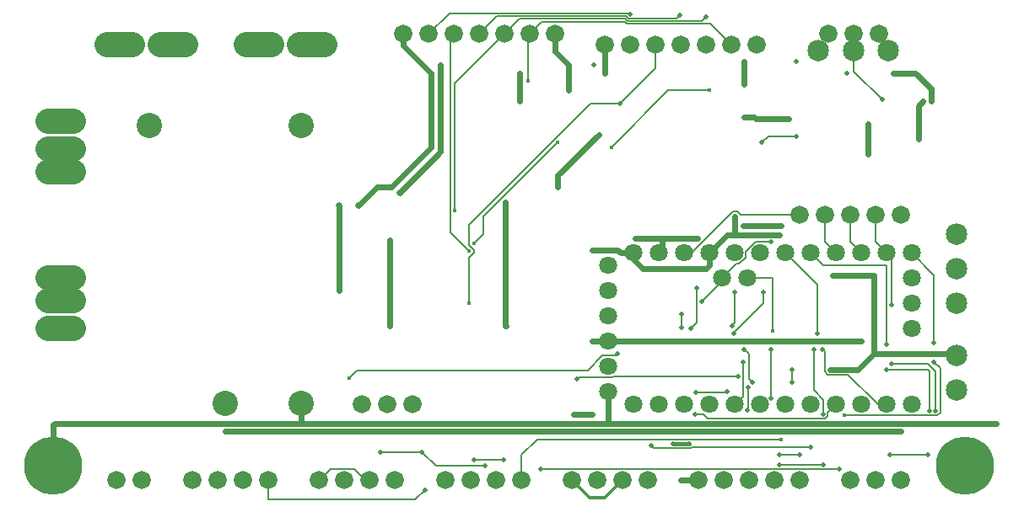
<source format=gtl>
G04 EAGLE Gerber RS-274X export*
G75*
%MOMM*%
%FSLAX34Y34*%
%LPD*%
%INTop Copper*%
%IPPOS*%
%AMOC8*
5,1,8,0,0,1.08239X$1,22.5*%
G01*
%ADD10C,1.828800*%
%ADD11C,2.540000*%
%ADD12C,2.540000*%
%ADD13C,2.160000*%
%ADD14C,1.800000*%
%ADD15C,5.842000*%
%ADD16C,0.609600*%
%ADD17C,0.502400*%
%ADD18C,0.127000*%
%ADD19C,0.304800*%
%ADD20C,0.406400*%
%ADD21C,0.452400*%
%ADD22C,0.152400*%
%ADD23C,0.652400*%


D10*
X492813Y474075D03*
X518213Y474075D03*
X543613Y474075D03*
X467413Y474075D03*
X442013Y474075D03*
X416613Y474075D03*
X391213Y474075D03*
X644213Y463550D03*
X618813Y463550D03*
X593413Y463550D03*
X669613Y463550D03*
X695013Y463550D03*
X720413Y463550D03*
X745813Y463550D03*
D11*
X288200Y102550D03*
X212200Y102550D03*
X135800Y381950D03*
X288200Y381950D03*
D12*
X172550Y463550D02*
X147150Y463550D01*
X119550Y463550D02*
X94150Y463550D01*
X286850Y463550D02*
X312250Y463550D01*
X259250Y463550D02*
X233850Y463550D01*
D13*
X946150Y115813D03*
X946150Y150813D03*
D10*
X611188Y25400D03*
X585788Y25400D03*
X560388Y25400D03*
X636588Y25400D03*
X230188Y25400D03*
X204788Y25400D03*
X179388Y25400D03*
X255588Y25400D03*
X738188Y25400D03*
X712788Y25400D03*
X687388Y25400D03*
X763588Y25400D03*
X788988Y25400D03*
X357188Y25400D03*
X331788Y25400D03*
X306388Y25400D03*
X382588Y25400D03*
X484188Y25400D03*
X458788Y25400D03*
X433388Y25400D03*
X509588Y25400D03*
X890588Y25400D03*
X865188Y25400D03*
X839788Y25400D03*
D14*
X901700Y254000D03*
X876300Y254000D03*
X850900Y254000D03*
X825500Y254000D03*
X800100Y254000D03*
X774700Y254000D03*
X749300Y254000D03*
X723900Y254000D03*
X698500Y254000D03*
X673100Y254000D03*
X647700Y254000D03*
X622300Y254000D03*
X901700Y228600D03*
X901700Y203200D03*
X901700Y177800D03*
X596900Y241300D03*
X596900Y215900D03*
X596900Y190500D03*
X596900Y165100D03*
X596900Y139700D03*
X596900Y114300D03*
X711200Y228600D03*
X736600Y228600D03*
X901700Y101600D03*
X876300Y101600D03*
X850900Y101600D03*
X825500Y101600D03*
X800100Y101600D03*
X774700Y101600D03*
X723900Y101600D03*
X698500Y101600D03*
X647700Y101600D03*
X622300Y101600D03*
X673100Y101600D03*
X749300Y101600D03*
D10*
X400050Y101600D03*
X374650Y101600D03*
X349250Y101600D03*
D15*
X955000Y40000D03*
X40000Y40000D03*
D13*
X946150Y203200D03*
X946150Y238200D03*
X946150Y273200D03*
D12*
X60325Y358775D02*
X34925Y358775D01*
X34925Y206375D02*
X60325Y206375D01*
D10*
X128588Y25400D03*
X103188Y25400D03*
D12*
X60325Y386715D02*
X34925Y386715D01*
X34925Y178435D02*
X60325Y178435D01*
X60325Y229235D02*
X34925Y229235D01*
X34925Y335915D02*
X60325Y335915D01*
D10*
X817613Y474075D03*
X843013Y474075D03*
X868413Y474075D03*
X839788Y292100D03*
X814388Y292100D03*
X788988Y292100D03*
X865188Y292100D03*
X890588Y292100D03*
D13*
X878000Y457000D03*
X843000Y457000D03*
X808000Y457000D03*
D16*
X288200Y102550D02*
X288200Y82550D01*
X306388Y82550D01*
X349250Y82550D01*
X420688Y82550D01*
X484281Y82550D01*
X552450Y82550D01*
X596900Y82550D02*
X669925Y82550D01*
X596900Y82550D02*
X552450Y82550D01*
X669925Y82550D02*
X698500Y82550D01*
X839788Y82550D01*
X955675Y82550D01*
X986425Y82550D01*
D17*
X839788Y82550D03*
X955675Y82550D03*
X669925Y82550D03*
X552450Y82550D03*
X349250Y82550D03*
X306388Y82550D03*
D16*
X288200Y82550D02*
X179388Y82550D01*
D17*
X179388Y82550D03*
D16*
X41275Y82550D01*
X40000Y81275D01*
X40000Y40000D01*
D17*
X986425Y82550D03*
D16*
X650875Y257175D02*
X647700Y254000D01*
X650875Y257175D02*
X650875Y268288D01*
D17*
X822325Y231775D03*
D16*
X596900Y114300D02*
X596900Y82550D01*
D17*
X698500Y82550D03*
X484281Y82550D03*
X901700Y152400D03*
D18*
X357188Y25400D02*
X353060Y25400D01*
X341630Y36830D01*
X317818Y36830D01*
X306388Y25400D01*
D17*
X669925Y25400D03*
D16*
X687388Y25400D01*
X822325Y231775D02*
X863600Y231775D01*
X863600Y152400D01*
X901700Y152400D01*
X944563Y152400D02*
X946150Y150813D01*
X944563Y152400D02*
X901700Y152400D01*
D19*
X577850Y7938D02*
X560388Y25400D01*
X593725Y7938D02*
X611188Y25400D01*
X593725Y7938D02*
X577850Y7938D01*
D16*
X819150Y136525D02*
X847725Y136525D01*
X863600Y152400D01*
D17*
X819150Y136525D03*
X420688Y82550D03*
X769938Y280988D03*
X623888Y268288D03*
D16*
X650875Y268288D01*
X686800Y268288D01*
D17*
X686800Y268288D03*
X731838Y280988D03*
D16*
X769938Y280988D01*
X561975Y74544D02*
X412750Y74544D01*
X212200Y74544D01*
X677693Y74544D02*
X788988Y74544D01*
X890588Y74544D01*
D17*
X890588Y74544D03*
X788988Y74544D03*
X212200Y74544D03*
D16*
X609600Y254000D02*
X622300Y254000D01*
X609600Y254000D02*
X606425Y257175D01*
X581025Y257175D01*
D17*
X581025Y257175D03*
X581025Y165100D03*
D16*
X596900Y165100D01*
D17*
X581025Y92075D03*
D16*
X561975Y92075D01*
D17*
X561975Y92075D03*
X561975Y74544D03*
D16*
X622300Y247650D02*
X622300Y254000D01*
X622300Y247650D02*
X631825Y238125D01*
X695325Y238125D01*
X698500Y241300D01*
X698500Y254000D01*
D17*
X793750Y165100D03*
D16*
X692150Y165100D02*
X596900Y165100D01*
X692150Y165100D02*
X793750Y165100D01*
X850900Y165100D01*
D17*
X692150Y165100D03*
X412750Y74544D03*
X368300Y53975D03*
D18*
X409575Y53975D01*
D17*
X409575Y53975D03*
X850900Y165100D03*
X677693Y74544D03*
X768350Y50800D03*
D18*
X788988Y50800D01*
D17*
X788988Y50800D03*
D16*
X677693Y74544D02*
X561975Y74544D01*
D17*
X661988Y61913D03*
D20*
X677693Y61913D01*
D17*
X677693Y61913D03*
X473075Y39688D03*
D18*
X423863Y39688D01*
X409575Y53975D01*
D17*
X723900Y290513D03*
D16*
X723900Y273200D01*
D17*
X768500Y271613D03*
D16*
X763572Y271613D01*
X763242Y271943D01*
X725158Y271943D02*
X723900Y273200D01*
X725158Y271943D02*
X763242Y271943D01*
X716443Y271943D02*
X698500Y254000D01*
X716443Y271943D02*
X725158Y271943D01*
D18*
X485214Y491877D02*
X467413Y474075D01*
X485214Y491877D02*
X614877Y491877D01*
X617170Y489583D01*
X665583Y489583D01*
X669000Y493000D01*
D17*
X669000Y493000D03*
D21*
X515938Y427038D03*
D18*
X515938Y471800D02*
X518213Y474075D01*
X515938Y471800D02*
X515938Y427038D01*
X518213Y474075D02*
X530138Y486000D01*
X613569Y486000D02*
X615066Y484503D01*
X699460Y484503D02*
X720413Y463550D01*
X699460Y484503D02*
X615066Y484503D01*
X613569Y486000D02*
X530138Y486000D01*
D21*
X442913Y296863D03*
D18*
X442913Y424175D02*
X492813Y474075D01*
X442913Y424175D02*
X442913Y296863D01*
X492813Y474075D02*
X508074Y489337D01*
X613825Y489337D02*
X616118Y487043D01*
X691043Y487043D01*
X695000Y491000D01*
D17*
X695000Y491000D03*
D18*
X613825Y489337D02*
X508074Y489337D01*
X437538Y495000D02*
X416613Y474075D01*
X618000Y495000D02*
X619000Y494000D01*
D17*
X619000Y494000D03*
D18*
X618000Y495000D02*
X437538Y495000D01*
X457200Y249238D02*
X457200Y203200D01*
X457200Y249238D02*
X461963Y254000D01*
X461963Y257175D01*
X457200Y261938D01*
X457200Y282575D01*
X578625Y404000D01*
D21*
X457200Y203200D03*
D18*
X578625Y404000D02*
X609000Y404000D01*
D17*
X609000Y404000D03*
D18*
X644213Y439213D01*
X644213Y463550D01*
X546100Y365125D02*
X471488Y290513D01*
X471488Y273050D01*
X461963Y263525D01*
D21*
X546100Y365125D03*
X461963Y263525D03*
D18*
X657225Y417513D02*
X698500Y417513D01*
X657225Y417513D02*
X600075Y360363D01*
D21*
X698500Y417513D03*
X600075Y360363D03*
X336550Y128270D03*
D17*
X690563Y204788D03*
D18*
X711200Y225425D01*
X711200Y228600D01*
D17*
X606425Y152400D03*
D18*
X604630Y150605D01*
X591241Y150605D01*
X576526Y135890D01*
X344170Y135890D02*
X336550Y128270D01*
X344170Y135890D02*
X576526Y135890D01*
D17*
X760413Y265113D03*
D18*
X734805Y249483D02*
X728417Y243095D01*
X725695Y243095D01*
X711200Y228600D01*
X744991Y265113D02*
X760413Y265113D01*
X744991Y265113D02*
X734805Y254927D01*
X734805Y249483D01*
X762000Y203200D02*
X762000Y175260D01*
D21*
X762000Y175260D03*
D17*
X412750Y15875D03*
D18*
X403225Y6350D01*
X255588Y6350D02*
X255588Y25400D01*
X255588Y6350D02*
X403225Y6350D01*
D22*
X762000Y203200D02*
X762000Y228600D01*
D17*
X760413Y157163D03*
D22*
X760413Y107950D01*
D17*
X760413Y107950D03*
D18*
X762000Y228600D02*
X736600Y228600D01*
D17*
X750888Y365125D03*
D18*
X757238Y371475D01*
X785813Y371475D01*
D17*
X785813Y371475D03*
X731838Y144463D03*
D18*
X731838Y109538D01*
X723900Y101600D01*
D17*
X461963Y46038D03*
D18*
X492125Y46038D01*
D17*
X492125Y46038D03*
D21*
X769938Y66675D03*
D18*
X525463Y66675D01*
X509588Y50800D01*
X509588Y25400D01*
X800100Y254000D02*
X812800Y241300D01*
X876300Y241300D01*
X876300Y161925D01*
D17*
X876300Y161925D03*
X876300Y136525D03*
D18*
X917575Y136525D01*
X919163Y134938D01*
X919163Y95250D01*
D17*
X919163Y95250D03*
X917575Y50800D03*
D18*
X879475Y50800D01*
D17*
X879475Y50800D03*
X925513Y95250D03*
D18*
X925513Y134938D01*
X917575Y142875D01*
X881063Y142875D01*
D17*
X881063Y142875D03*
X881063Y201613D03*
D18*
X881063Y249238D01*
X876300Y254000D01*
X865188Y265113D01*
X865188Y292100D01*
D17*
X528638Y36513D03*
D18*
X528701Y36449D02*
X814630Y36449D01*
X528701Y36449D02*
X528638Y36513D01*
D17*
X828675Y36513D03*
D18*
X814693Y36513D01*
X814630Y36449D01*
D21*
X833438Y90488D03*
D18*
X926997Y90488D02*
X930275Y93766D01*
X930275Y138113D01*
X923925Y144463D01*
D17*
X923925Y144463D03*
X923925Y163513D03*
D18*
X923925Y231775D01*
X901700Y254000D01*
X926997Y90488D02*
X833438Y90488D01*
X806450Y222250D02*
X774700Y254000D01*
X806450Y222250D02*
X806450Y173038D01*
D17*
X806450Y173038D03*
X803275Y157163D03*
D18*
X803275Y115888D01*
X812800Y106363D01*
X812800Y92075D01*
D17*
X812800Y92075D03*
X812800Y40866D03*
D18*
X768759Y40866D01*
X768350Y41275D01*
D17*
X768350Y41275D03*
X781050Y136525D03*
D18*
X781050Y123825D01*
D17*
X781050Y123825D03*
X727075Y130175D03*
X565150Y127000D03*
D18*
X601417Y128795D02*
X602797Y130175D01*
X566945Y128795D02*
X565150Y127000D01*
X566945Y128795D02*
X601417Y128795D01*
X602797Y130175D02*
X727075Y130175D01*
D17*
X685800Y219075D03*
D18*
X685800Y184150D01*
X679450Y177800D01*
D17*
X679450Y177800D03*
X715963Y114300D03*
X685000Y114000D03*
D18*
X715663Y114000D01*
X715963Y114300D01*
D17*
X670000Y192000D03*
D18*
X670000Y179000D01*
D17*
X670000Y179000D03*
X684000Y92000D03*
D18*
X692678Y92000D01*
X814630Y87658D02*
X817217Y90245D01*
X817217Y93317D01*
X825500Y101600D01*
X697020Y87658D02*
X692678Y92000D01*
X697020Y87658D02*
X814630Y87658D01*
D17*
X741363Y123825D03*
D18*
X738188Y127000D01*
X738188Y152400D01*
X733425Y157163D01*
D17*
X733425Y157163D03*
X800100Y58738D03*
D18*
X680765Y58738D01*
X679523Y57496D01*
X642592Y57496D01*
X639763Y60325D01*
D17*
X639763Y60325D03*
D16*
X428625Y355600D02*
X428625Y403225D01*
X428625Y355600D02*
X387350Y314325D01*
D23*
X387350Y314325D03*
D16*
X377825Y266700D02*
X377825Y228600D01*
X377825Y203200D01*
D17*
X377825Y266700D03*
X377825Y228600D03*
X377825Y203200D03*
X377825Y180975D03*
D16*
X377825Y203200D01*
D17*
X908050Y368300D03*
X857250Y384175D03*
D16*
X857250Y353025D01*
D17*
X857250Y353025D03*
X733425Y446088D03*
D16*
X733425Y423863D01*
D17*
X733425Y423863D03*
X587375Y373063D03*
X428625Y403225D03*
X493713Y304800D03*
D16*
X493713Y180975D01*
X494284Y180975D01*
D17*
X494284Y180975D03*
D16*
X428625Y403225D02*
X428625Y442913D01*
D17*
X428625Y442913D03*
D16*
X908050Y401638D02*
X912813Y406400D01*
D17*
X912813Y406400D03*
D16*
X908050Y401638D02*
X908050Y368300D01*
D17*
X785813Y446088D03*
X582613Y442913D03*
X557213Y417513D03*
D16*
X557213Y442913D01*
D17*
X557213Y442913D03*
X777875Y388938D03*
D16*
X744538Y388938D01*
X742950Y390525D01*
X733425Y390525D01*
D17*
X733425Y390525D03*
D16*
X587375Y373063D02*
X546100Y331788D01*
D17*
X546100Y320625D03*
D16*
X546100Y331788D01*
X557213Y442913D02*
X543613Y456513D01*
X543613Y474075D01*
D23*
X346075Y301625D03*
D16*
X419100Y360363D02*
X419100Y434975D01*
X419100Y360363D02*
X379413Y320675D01*
X365125Y320675D01*
X346075Y301625D01*
D23*
X327025Y301625D03*
D16*
X327025Y279400D01*
X327025Y254000D01*
X327025Y241300D01*
X327025Y215900D01*
D17*
X508000Y406400D03*
D16*
X508000Y434975D01*
D17*
X508000Y434975D03*
X419100Y434975D03*
X327025Y215900D03*
X327025Y241300D03*
X327025Y254000D03*
X327025Y279400D03*
X882650Y434975D03*
X920750Y406400D03*
D16*
X904875Y434975D02*
X882650Y434975D01*
D17*
X904875Y434975D03*
D16*
X920750Y419100D02*
X920750Y406400D01*
X920750Y419100D02*
X904875Y434975D01*
D17*
X836613Y434975D03*
D16*
X419100Y434975D02*
X391213Y462863D01*
X391213Y474075D01*
X593413Y463550D02*
X593413Y435413D01*
X593000Y435000D01*
X593000Y434975D01*
D17*
X593000Y434975D03*
D18*
X438150Y274638D02*
X457200Y255588D01*
D21*
X457200Y255588D03*
D18*
X438150Y470213D02*
X442013Y474075D01*
X438150Y470213D02*
X438150Y274638D01*
D17*
X752475Y214313D03*
D18*
X752475Y203200D01*
X722313Y173038D01*
X722313Y172764D01*
X722497Y172579D01*
D17*
X722497Y172579D03*
X737218Y118717D03*
X736113Y95737D03*
D18*
X737218Y96842D01*
X737218Y118717D01*
D17*
X723900Y214313D03*
D18*
X723900Y184150D01*
X720725Y180975D01*
X721308Y180392D01*
D17*
X721308Y180392D03*
D18*
X867400Y101600D02*
X876300Y101600D01*
X867400Y101600D02*
X837428Y131572D01*
X817098Y131572D01*
X814197Y134473D01*
X814197Y154803D02*
X812000Y157000D01*
X814197Y154803D02*
X814197Y134473D01*
D17*
X812000Y157000D03*
D18*
X871538Y407988D02*
X871827Y407988D01*
D17*
X871827Y407988D03*
D18*
X843000Y436525D02*
X843000Y457000D01*
X843000Y436525D02*
X871538Y407988D01*
X843000Y457000D02*
X843000Y474063D01*
X843013Y474075D01*
X814388Y265113D02*
X825500Y254000D01*
X814388Y265113D02*
X814388Y292100D01*
X839788Y265113D02*
X850900Y254000D01*
X839788Y265113D02*
X839788Y292100D01*
X725952Y295466D02*
X721848Y295466D01*
X729317Y292100D02*
X788988Y292100D01*
X729317Y292100D02*
X725952Y295466D01*
X680383Y254000D02*
X673100Y254000D01*
X680383Y254000D02*
X721848Y295466D01*
M02*

</source>
